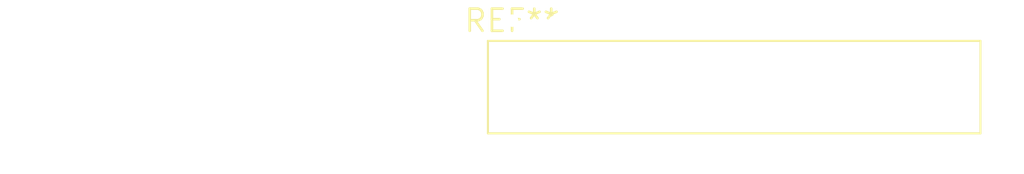
<source format=kicad_pcb>
(kicad_pcb (version 20240108) (generator pcbnew)
  (layers (0 "F.Cu" signal) (31 "B.Cu" signal) (34 "B.Paste" user) (35 "F.Paste" user) (36 "B.SilkS" user "B.Silkscreen") (37 "F.SilkS" user "F.Silkscreen") (38 "B.Mask" user) (39 "F.Mask" user) (44 "Edge.Cuts" user))
  (net 0 "")
  (footprint "Samtec_HLE-111-02-xx-DV-PE_2x11_P2.54mm_Horizontal" (layer "F.Cu") (at 0 0)
    (property "Reference" "REF**")
    (property "Value" "Samtec_HLE-111-02-xx-DV-PE_2x11_P2.54mm_Horizontal")
    (fp_line (start -1.38 1.16) (end 26.78 1.16) (layer "F.SilkS") (stroke (width 0.12)))
    (fp_line (start -1.38 6.46) (end -1.38 1.16) (layer "F.SilkS") (stroke (width 0.12)))
    (fp_line (start 26.78 1.16) (end 26.78 6.46) (layer "F.SilkS") (stroke (width 0.12)))
    (fp_line (start 26.78 6.46) (end -1.38 6.46) (layer "F.SilkS") (stroke (width 0.12)))
    (pad "" np_thru_hole circle (at 0 2.54) (size 1.4 1.4) (drill 1.4) (layers *.Cu *.Mask))
    (pad "" np_thru_hole circle (at 0 5.08) (size 1.4 1.4) (drill 1.4) (layers *.Cu *.Mask))
    (pad "" np_thru_hole circle (at 2.54 2.54) (size 1.4 1.4) (drill 1.4) (layers *.Cu *.Mask))
    (pad "" np_thru_hole circle (at 2.54 5.08) (size 1.4 1.4) (drill 1.4) (layers *.Cu *.Mask))
    (pad "" np_thru_hole circle (at 5.08 2.54) (size 1.4 1.4) (drill 1.4) (layers *.Cu *.Mask))
    (pad "" np_thru_hole circle (at 5.08 5.08) (size 1.4 1.4) (drill 1.4) (layers *.Cu *.Mask))
    (pad "" np_thru_hole circle (at 7.62 2.54) (size 1.4 1.4) (drill 1.4) (layers *.Cu *.Mask))
    (pad "" np_thru_hole circle (at 7.62 5.08) (size 1.4 1.4) (drill 1.4) (layers *.Cu *.Mask))
    (pad "" np_thru_hole circle (at 10.16 2.54) (size 1.4 1.4) (drill 1.4) (layers *.Cu *.Mask))
    (pad "" np_thru_hole circle (at 10.16 5.08) (size 1.4 1.4) (drill 1.4) (layers *.Cu *.Mask))
    (pad "" np_thru_hole circle (at 12.7 2.54) (size 1.4 1.4) (drill 1.4) (layers *.Cu *.Mask))
    (pad "" np_thru_hole circle (at 12.7 5.08) (size 1.4 1.4) (drill 1.4) (layers *.Cu *.Mask))
    (pad "" np_thru_hole circle (at 15.24 2.54) (size 1.4 1.4) (drill 1.4) (layers *.Cu *.Mask))
    (pad "" np_thru_hole circle (at 15.24 5.08) (size 1.4 1.4) (drill 1.4) (layers *.Cu *.Mask))
    (pad "" np_thru_hole circle (at 17.78 2.54) (size 1.4 1.4) (drill 1.4) (layers *.Cu *.Mask))
    (pad "" np_thru_hole circle (at 17.78 5.08) (size 1.4 1.4) (drill 1.4) (layers *.Cu *.Mask))
    (pad "" np_thru_hole circle (at 20.32 2.54) (size 1.4 1.4) (drill 1.4) (layers *.Cu *.Mask))
    (pad "" np_thru_hole circle (at 20.32 5.08) (size 1.4 1.4) (drill 1.4) (layers *.Cu *.Mask))
    (pad "" np_thru_hole circle (at 22.86 2.54) (size 1.4 1.4) (drill 1.4) (layers *.Cu *.Mask))
    (pad "" np_thru_hole circle (at 22.86 5.08) (size 1.4 1.4) (drill 1.4) (layers *.Cu *.Mask))
    (pad "" np_thru_hole circle (at 25.4 2.54) (size 1.4 1.4) (drill 1.4) (layers *.Cu *.Mask))
    (pad "" np_thru_hole circle (at 25.4 5.08) (size 1.4 1.4) (drill 1.4) (layers *.Cu *.Mask))
    (pad "1" thru_hole roundrect (at 0 0) (size 1.31 1.31) (drill 0.71) (layers *.Cu *.Mask) (remove_unused_layers) (roundrect_rratio 0.19084))
    (pad "2" thru_hole circle (at 0 7.62) (size 1.31 1.31) (drill 0.71) (layers *.Cu *.Mask) (remove_unused_layers))
    (pad "3" thru_hole circle (at 2.54 0) (size 1.31 1.31) (drill 0.71) (layers *.Cu *.Mask) (remove_unused_layers))
    (pad "4" thru_hole circle (at 2.54 7.62) (size 1.31 1.31) (drill 0.71) (layers *.Cu *.Mask) (remove_unused_layers))
    (pad "5" thru_hole circle (at 5.08 0) (size 1.31 1.31) (drill 0.71) (layers *.Cu *.Mask) (remove_unused_layers))
    (pad "6" thru_hole circle (at 5.08 7.62) (size 1.31 1.31) (drill 0.71) (layers *.Cu *.Mask) (remove_unused_layers))
    (pad "7" thru_hole circle (at 7.62 0) (size 1.31 1.31) (drill 0.71) (layers *.Cu *.Mask) (remove_unused_layers))
    (pad "8" thru_hole circle (at 7.62 7.62) (size 1.31 1.31) (drill 0.71) (layers *.Cu *.Mask) (remove_unused_layers))
    (pad "9" thru_hole circle (at 10.16 0) (size 1.31 1.31) (drill 0.71) (layers *.Cu *.Mask) (remove_unused_layers))
    (pad "10" thru_hole circle (at 10.16 7.62) (size 1.31 1.31) (drill 0.71) (layers *.Cu *.Mask) (remove_unused_layers))
    (pad "11" thru_hole circle (at 12.7 0) (size 1.31 1.31) (drill 0.71) (layers *.Cu *.Mask) (remove_unused_layers))
    (pad "12" thru_hole circle (at 12.7 7.62) (size 1.31 1.31) (drill 0.71) (layers *.Cu *.Mask) (remove_unused_layers))
    (pad "13" thru_hole circle (at 15.24 0) (size 1.31 1.31) (drill 0.71) (layers *.Cu *.Mask) (remove_unused_layers))
    (pad "14" thru_hole circle (at 15.24 7.62) (size 1.31 1.31) (drill 0.71) (layers *.Cu *.Mask) (remove_unused_layers))
    (pad "15" thru_hole circle (at 17.78 0) (size 1.31 1.31) (drill 0.71) (layers *.Cu *.Mask) (remove_unused_layers))
    (pad "16" thru_hole circle (at 17.78 7.62) (size 1.31 1.31) (drill 0.71) (layers *.Cu *.Mask) (remove_unused_layers))
    (pad "17" thru_hole circle (at 20.32 0) (size 1.31 1.31) (drill 0.71) (layers *.Cu *.Mask) (remove_unused_layers))
    (pad "18" thru_hole circle (at 20.32 7.62) (size 1.31 1.31) (drill 0.71) (layers *.Cu *.Mask) (remove_unused_layers))
    (pad "19" thru_hole circle (at 22.86 0) (size 1.31 1.31) (drill 0.71) (layers *.Cu *.Mask) (remove_unused_layers))
    (pad "20" thru_hole circle (at 22.86 7.62) (size 1.31 1.31) (drill 0.71) (layers *.Cu *.Mask) (remove_unused_layers))
    (pad "21" thru_hole circle (at 25.4 0) (size 1.31 1.31) (drill 0.71) (layers *.Cu *.Mask) (remove_unused_layers))
    (pad "22" thru_hole circle (at 25.4 7.62) (size 1.31 1.31) (drill 0.71) (layers *.Cu *.Mask) (remove_unused_layers))
  )
)
</source>
